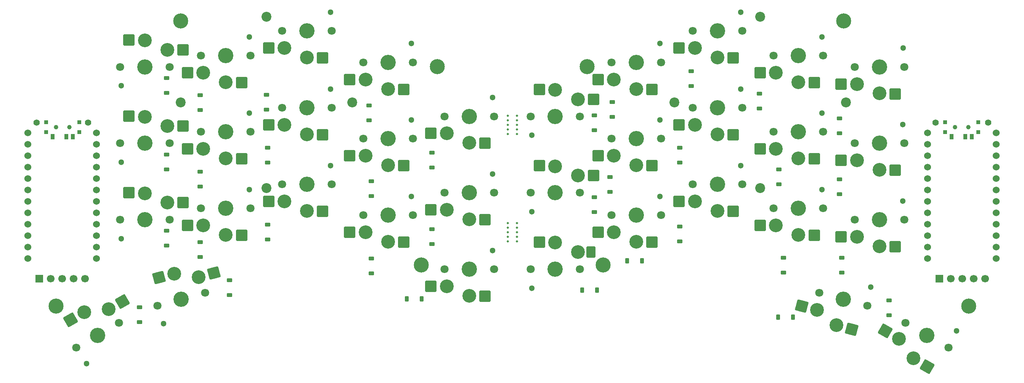
<source format=gbr>
%TF.GenerationSoftware,KiCad,Pcbnew,9.0.4*%
%TF.CreationDate,2025-08-28T00:25:30-07:00*%
%TF.ProjectId,sweepbling-lp__pcb,73776565-7062-46c6-996e-672d6c705f5f,rev?*%
%TF.SameCoordinates,Original*%
%TF.FileFunction,Soldermask,Bot*%
%TF.FilePolarity,Negative*%
%FSLAX46Y46*%
G04 Gerber Fmt 4.6, Leading zero omitted, Abs format (unit mm)*
G04 Created by KiCad (PCBNEW 9.0.4) date 2025-08-28 00:25:30*
%MOMM*%
%LPD*%
G01*
G04 APERTURE LIST*
G04 Aperture macros list*
%AMRoundRect*
0 Rectangle with rounded corners*
0 $1 Rounding radius*
0 $2 $3 $4 $5 $6 $7 $8 $9 X,Y pos of 4 corners*
0 Add a 4 corners polygon primitive as box body*
4,1,4,$2,$3,$4,$5,$6,$7,$8,$9,$2,$3,0*
0 Add four circle primitives for the rounded corners*
1,1,$1+$1,$2,$3*
1,1,$1+$1,$4,$5*
1,1,$1+$1,$6,$7*
1,1,$1+$1,$8,$9*
0 Add four rect primitives between the rounded corners*
20,1,$1+$1,$2,$3,$4,$5,0*
20,1,$1+$1,$4,$5,$6,$7,0*
20,1,$1+$1,$6,$7,$8,$9,0*
20,1,$1+$1,$8,$9,$2,$3,0*%
G04 Aperture macros list end*
%ADD10RoundRect,0.250000X1.025000X1.000000X-1.025000X1.000000X-1.025000X-1.000000X1.025000X-1.000000X0*%
%ADD11C,1.800000*%
%ADD12C,3.050000*%
%ADD13C,3.400000*%
%ADD14C,1.300000*%
%ADD15RoundRect,0.250000X1.248893X0.700636X-0.731255X1.231215X-1.248893X-0.700636X0.731255X-1.231215X0*%
%ADD16C,1.524000*%
%ADD17RoundRect,0.250000X1.387676X0.353525X-0.387676X1.378525X-1.387676X-0.353525X0.387676X-1.378525X0*%
%ADD18RoundRect,0.250000X-1.025000X-1.000000X1.025000X-1.000000X1.025000X1.000000X-1.025000X1.000000X0*%
%ADD19RoundRect,0.200000X-0.800000X-1.050000X0.800000X-1.050000X0.800000X1.050000X-0.800000X1.050000X0*%
%ADD20C,0.500000*%
%ADD21C,2.200000*%
%ADD22C,1.397000*%
%ADD23RoundRect,0.250000X-0.731255X-1.231215X1.248893X-0.700636X0.731255X1.231215X-1.248893X0.700636X0*%
%ADD24RoundRect,0.250000X-0.387676X-1.378525X1.387676X-0.353525X0.387676X1.378525X-1.387676X0.353525X0*%
%ADD25R,1.700000X1.700000*%
%ADD26C,1.700000*%
%ADD27C,3.350000*%
%ADD28C,1.000000*%
%ADD29R,0.900000X0.900000*%
%ADD30R,0.900000X1.250000*%
%ADD31RoundRect,0.225000X0.375000X-0.225000X0.375000X0.225000X-0.375000X0.225000X-0.375000X-0.225000X0*%
%ADD32RoundRect,0.225000X-0.225000X-0.375000X0.225000X-0.375000X0.225000X0.375000X-0.225000X0.375000X0*%
%ADD33RoundRect,0.225000X-0.375000X0.225000X-0.375000X-0.225000X0.375000X-0.225000X0.375000X0.225000X0*%
%ADD34RoundRect,0.225000X0.225000X0.375000X-0.225000X0.375000X-0.225000X-0.375000X0.225000X-0.375000X0*%
G04 APERTURE END LIST*
D10*
%TO.C,SW4_r1*%
X58200000Y-39682000D03*
X70200000Y-41882000D03*
D11*
X61200000Y-35882000D03*
D12*
X61700000Y-39682000D03*
D13*
X66700000Y-35882000D03*
D12*
X66700000Y-41782000D03*
D14*
X71920000Y-31682000D03*
D11*
X72200000Y-35882000D03*
%TD*%
D15*
%TO.C,SW16*%
X194632118Y-91552556D03*
X205653826Y-96783422D03*
D11*
X198513408Y-88658495D03*
D12*
X198012858Y-92458423D03*
D13*
X203826000Y-90082000D03*
D12*
X202298968Y-95780962D03*
D14*
X209955173Y-87376147D03*
D11*
X209138592Y-91505505D03*
%TD*%
D16*
%TO.C,U1*%
X237789400Y-53086000D03*
X237789400Y-55626000D03*
X237789400Y-58166000D03*
X237789400Y-60706000D03*
X237789400Y-63246000D03*
X237789400Y-65786000D03*
X237789400Y-68326000D03*
X237789400Y-70866000D03*
X237789400Y-73406000D03*
X237789400Y-75946000D03*
X237789400Y-78486000D03*
X237789400Y-81026000D03*
X222569400Y-81026000D03*
X222569400Y-78486000D03*
X222569400Y-75946000D03*
X222569400Y-73406000D03*
X222569400Y-70866000D03*
X222569400Y-68326000D03*
X222569400Y-65786000D03*
X222569400Y-63246000D03*
X222569400Y-60706000D03*
X222569400Y-58166000D03*
X222569400Y-55626000D03*
X222569400Y-53086000D03*
%TD*%
D11*
%TO.C,SW13*%
X181356000Y-64516000D03*
D14*
X181076000Y-60316000D03*
D12*
X175856000Y-70416000D03*
D13*
X175856000Y-64516000D03*
D12*
X170856000Y-68316000D03*
D11*
X170356000Y-64516000D03*
D10*
X179356000Y-70516000D03*
X167356000Y-68316000D03*
%TD*%
D11*
%TO.C,SW17*%
X227149140Y-100832000D03*
D14*
X229006653Y-97054693D03*
D12*
X219436000Y-103191550D03*
D13*
X222386000Y-98082000D03*
D12*
X216155873Y-98872897D03*
D11*
X217622860Y-95332000D03*
D17*
X222417089Y-105028152D03*
X213124784Y-97122897D03*
%TD*%
D11*
%TO.C,SW12*%
X163356000Y-71374000D03*
D14*
X163076000Y-67174000D03*
D12*
X157856000Y-77274000D03*
D13*
X157856000Y-71374000D03*
D12*
X152856000Y-75174000D03*
D11*
X152356000Y-71374000D03*
D10*
X161356000Y-77374000D03*
X149356000Y-75174000D03*
%TD*%
D11*
%TO.C,SW14*%
X199356000Y-69850000D03*
D14*
X199076000Y-65650000D03*
D12*
X193856000Y-75750000D03*
D13*
X193856000Y-69850000D03*
D12*
X188856000Y-73650000D03*
D11*
X188356000Y-69850000D03*
D10*
X197356000Y-75850000D03*
X185356000Y-73650000D03*
%TD*%
D11*
%TO.C,SW15*%
X217336000Y-72390000D03*
D14*
X217056000Y-68190000D03*
D12*
X211836000Y-78290000D03*
D13*
X211836000Y-72390000D03*
D12*
X206836000Y-76190000D03*
D11*
X206336000Y-72390000D03*
D10*
X215336000Y-78390000D03*
X203336000Y-76190000D03*
%TD*%
D11*
%TO.C,SW3*%
X181356000Y-30382000D03*
D14*
X181076000Y-26182000D03*
D12*
X175856000Y-36282000D03*
D13*
X175856000Y-30382000D03*
D12*
X170856000Y-34182000D03*
D11*
X170356000Y-30382000D03*
D10*
X179356000Y-36382000D03*
X167356000Y-34182000D03*
%TD*%
D11*
%TO.C,SW2*%
X163356000Y-37382000D03*
D14*
X163076000Y-33182000D03*
D12*
X157856000Y-43282000D03*
D13*
X157856000Y-37382000D03*
D12*
X152856000Y-41182000D03*
D11*
X152356000Y-37382000D03*
D10*
X161356000Y-43382000D03*
X149356000Y-41182000D03*
%TD*%
D11*
%TO.C,SW7*%
X163356000Y-54356000D03*
D14*
X163076000Y-50156000D03*
D12*
X157856000Y-60256000D03*
D13*
X157856000Y-54356000D03*
D12*
X152856000Y-58156000D03*
D11*
X152356000Y-54356000D03*
D10*
X161356000Y-60356000D03*
X149356000Y-58156000D03*
%TD*%
D11*
%TO.C,SW11*%
X134356000Y-83382000D03*
D14*
X134636000Y-87582000D03*
D12*
X139856000Y-77482000D03*
D13*
X139856000Y-83382000D03*
D12*
X144856000Y-79582000D03*
D11*
X145356000Y-83382000D03*
D18*
X136356000Y-77382000D03*
D19*
X147806000Y-79582000D03*
%TD*%
D11*
%TO.C,SW10*%
X217336000Y-55372000D03*
D14*
X217056000Y-51172000D03*
D12*
X211836000Y-61272000D03*
D13*
X211836000Y-55372000D03*
D12*
X206836000Y-59172000D03*
D11*
X206336000Y-55372000D03*
D10*
X215336000Y-61372000D03*
X203336000Y-59172000D03*
%TD*%
D11*
%TO.C,SW9*%
X199356000Y-52832000D03*
D14*
X199076000Y-48632000D03*
D12*
X193856000Y-58732000D03*
D13*
X193856000Y-52832000D03*
D12*
X188856000Y-56632000D03*
D11*
X188356000Y-52832000D03*
D10*
X197356000Y-58832000D03*
X185356000Y-56632000D03*
%TD*%
D11*
%TO.C,SW6*%
X134356000Y-66382000D03*
D14*
X134636000Y-70582000D03*
D12*
X139856000Y-60482000D03*
D13*
X139856000Y-66382000D03*
D12*
X144856000Y-62582000D03*
D11*
X145356000Y-66382000D03*
D18*
X136356000Y-60382000D03*
X148356000Y-62582000D03*
%TD*%
D11*
%TO.C,SW5*%
X217356000Y-38382000D03*
D14*
X217076000Y-34182000D03*
D12*
X211856000Y-44282000D03*
D13*
X211856000Y-38382000D03*
D12*
X206856000Y-42182000D03*
D11*
X206356000Y-38382000D03*
D10*
X215356000Y-44382000D03*
X203356000Y-42182000D03*
%TD*%
D11*
%TO.C,SW4*%
X199356000Y-35882000D03*
D14*
X199076000Y-31682000D03*
D12*
X193856000Y-41782000D03*
D13*
X193856000Y-35882000D03*
D12*
X188856000Y-39682000D03*
D11*
X188356000Y-35882000D03*
D10*
X197356000Y-41882000D03*
X185356000Y-39682000D03*
%TD*%
D11*
%TO.C,SW1*%
X134356000Y-49382000D03*
D14*
X134636000Y-53582000D03*
D12*
X139856000Y-43482000D03*
D13*
X139856000Y-49382000D03*
D12*
X144856000Y-45582000D03*
D11*
X145356000Y-49382000D03*
D18*
X136356000Y-43382000D03*
X148356000Y-45582000D03*
%TD*%
D20*
%TO.C,mouse-bite-2mm-slot2*%
X129286000Y-49276000D03*
X129286000Y-50292000D03*
X129286000Y-51308000D03*
X129286000Y-52324000D03*
X129286000Y-53340000D03*
X131318000Y-49276000D03*
X131318000Y-50292000D03*
X131318000Y-51308000D03*
X131318000Y-52324000D03*
X131318000Y-53340000D03*
%TD*%
%TO.C,mouse-bite-2mm-slot1*%
X129286000Y-73152000D03*
X129286000Y-74168000D03*
X129286000Y-75184000D03*
X129286000Y-76200000D03*
X129286000Y-77216000D03*
X131318000Y-73152000D03*
X131318000Y-74168000D03*
X131318000Y-75184000D03*
X131318000Y-76200000D03*
X131318000Y-77216000D03*
%TD*%
D11*
%TO.C,SW8*%
X181356000Y-47498000D03*
D14*
X181076000Y-43298000D03*
D12*
X175856000Y-53398000D03*
D13*
X175856000Y-47498000D03*
D12*
X170856000Y-51298000D03*
D11*
X170356000Y-47498000D03*
D10*
X179356000Y-53498000D03*
X167356000Y-51298000D03*
%TD*%
D21*
%TO.C,e*%
X166306000Y-46282000D03*
X185356000Y-27232000D03*
X185356000Y-65332000D03*
X204406000Y-46282000D03*
%TD*%
D22*
%TO.C,Bat+1*%
X235966000Y-50800000D03*
%TD*%
%TO.C,BatGND1*%
X224282000Y-50800000D03*
%TD*%
D16*
%TO.C,U2*%
X37937400Y-53086000D03*
X37937400Y-55626000D03*
X37937400Y-58166000D03*
X37937400Y-60706000D03*
X37937400Y-63246000D03*
X37937400Y-65786000D03*
X37937400Y-68326000D03*
X37937400Y-70866000D03*
X37937400Y-73406000D03*
X37937400Y-75946000D03*
X37937400Y-78486000D03*
X37937400Y-81026000D03*
X22717400Y-81026000D03*
X22717400Y-78486000D03*
X22717400Y-75946000D03*
X22717400Y-73406000D03*
X22717400Y-70866000D03*
X22717400Y-68326000D03*
X22717400Y-65786000D03*
X22717400Y-63246000D03*
X22717400Y-60706000D03*
X22717400Y-58166000D03*
X22717400Y-55626000D03*
X22717400Y-53086000D03*
%TD*%
D11*
%TO.C,SW15_r1*%
X43186000Y-72390000D03*
D14*
X43466000Y-76590000D03*
D12*
X48686000Y-66490000D03*
D13*
X48686000Y-72390000D03*
D12*
X53686000Y-68590000D03*
D11*
X54186000Y-72390000D03*
D18*
X45186000Y-66390000D03*
X57186000Y-68590000D03*
%TD*%
D11*
%TO.C,SW9_r1*%
X72200000Y-52832000D03*
D14*
X71920000Y-48632000D03*
D12*
X66700000Y-58732000D03*
D13*
X66700000Y-52832000D03*
D12*
X61700000Y-56632000D03*
D11*
X61200000Y-52832000D03*
D10*
X70200000Y-58832000D03*
X58200000Y-56632000D03*
%TD*%
D11*
%TO.C,SW13_r1*%
X90188000Y-64516000D03*
D14*
X89908000Y-60316000D03*
D12*
X84688000Y-70416000D03*
D13*
X84688000Y-64516000D03*
D12*
X79688000Y-68316000D03*
D11*
X79188000Y-64516000D03*
D10*
X88188000Y-70516000D03*
X76188000Y-68316000D03*
%TD*%
D11*
%TO.C,SW12_r1*%
X108214000Y-71374000D03*
D14*
X107934000Y-67174000D03*
D12*
X102714000Y-77274000D03*
D13*
X102714000Y-71374000D03*
D12*
X97714000Y-75174000D03*
D11*
X97214000Y-71374000D03*
D10*
X106214000Y-77374000D03*
X94214000Y-75174000D03*
%TD*%
D11*
%TO.C,SW5_r1*%
X43186000Y-38382000D03*
D14*
X43466000Y-42582000D03*
D12*
X48686000Y-32482000D03*
D13*
X48686000Y-38382000D03*
D12*
X53686000Y-34582000D03*
D11*
X54186000Y-38382000D03*
D18*
X45186000Y-32382000D03*
X57186000Y-34582000D03*
%TD*%
D11*
%TO.C,SW1_r1*%
X126232000Y-49382000D03*
D14*
X125952000Y-45182000D03*
D12*
X120732000Y-55282000D03*
D13*
X120732000Y-49382000D03*
D12*
X115732000Y-53182000D03*
D11*
X115232000Y-49382000D03*
D10*
X124232000Y-55382000D03*
X112232000Y-53182000D03*
%TD*%
D11*
%TO.C,SW14_r1*%
X72200000Y-69850000D03*
D14*
X71920000Y-65650000D03*
D12*
X66700000Y-75750000D03*
D13*
X66700000Y-69850000D03*
D12*
X61700000Y-73650000D03*
D11*
X61200000Y-69850000D03*
D10*
X70200000Y-75850000D03*
X58200000Y-73650000D03*
%TD*%
D11*
%TO.C,SW3_r1*%
X90188000Y-30382000D03*
D14*
X89908000Y-26182000D03*
D12*
X84688000Y-36282000D03*
D13*
X84688000Y-30382000D03*
D12*
X79688000Y-34182000D03*
D11*
X79188000Y-30382000D03*
D10*
X88188000Y-36382000D03*
X76188000Y-34182000D03*
%TD*%
D11*
%TO.C,SW11_r1*%
X126232000Y-83382000D03*
D14*
X125952000Y-79182000D03*
D12*
X120732000Y-89282000D03*
D13*
X120732000Y-83382000D03*
D12*
X115732000Y-87182000D03*
D11*
X115232000Y-83382000D03*
D10*
X124232000Y-89382000D03*
X112232000Y-87182000D03*
%TD*%
D11*
%TO.C,SW10_r1*%
X43186000Y-55372000D03*
D14*
X43466000Y-59572000D03*
D12*
X48686000Y-49472000D03*
D13*
X48686000Y-55372000D03*
D12*
X53686000Y-51572000D03*
D11*
X54186000Y-55372000D03*
D18*
X45186000Y-49372000D03*
X57186000Y-51572000D03*
%TD*%
D11*
%TO.C,SW2_r1*%
X108214000Y-37382000D03*
D14*
X107934000Y-33182000D03*
D12*
X102714000Y-43282000D03*
D13*
X102714000Y-37382000D03*
D12*
X97714000Y-41182000D03*
D11*
X97214000Y-37382000D03*
D10*
X106214000Y-43382000D03*
X94214000Y-41182000D03*
%TD*%
D11*
%TO.C,SW7_r1*%
X108214000Y-54356000D03*
D14*
X107934000Y-50156000D03*
D12*
X102714000Y-60256000D03*
D13*
X102714000Y-54356000D03*
D12*
X97714000Y-58156000D03*
D11*
X97214000Y-54356000D03*
D10*
X106214000Y-60356000D03*
X94214000Y-58156000D03*
%TD*%
D11*
%TO.C,SW16_r1*%
X51465408Y-91505505D03*
D14*
X52822907Y-95489924D03*
D12*
X55250968Y-84383038D03*
D13*
X56778000Y-90082000D03*
D12*
X60624117Y-85117387D03*
D11*
X62090592Y-88658495D03*
D23*
X51844345Y-85192312D03*
X64004857Y-84211520D03*
%TD*%
D11*
%TO.C,SW8_r1*%
X90188000Y-47498000D03*
D14*
X89908000Y-43298000D03*
D12*
X84688000Y-53398000D03*
D13*
X84688000Y-47498000D03*
D12*
X79688000Y-51298000D03*
D11*
X79188000Y-47498000D03*
D10*
X88188000Y-53498000D03*
X76188000Y-51298000D03*
%TD*%
D11*
%TO.C,SW17_r1*%
X33454860Y-100832000D03*
D14*
X35797347Y-104329307D03*
D12*
X35268000Y-92972450D03*
D13*
X38218000Y-98082000D03*
D12*
X40648127Y-92291103D03*
D11*
X42981140Y-95332000D03*
D24*
X32186911Y-94635848D03*
X43679216Y-90541103D03*
%TD*%
D11*
%TO.C,SW6_r1*%
X126232000Y-66382000D03*
D14*
X125952000Y-62182000D03*
D12*
X120732000Y-72282000D03*
D13*
X120732000Y-66382000D03*
D12*
X115732000Y-70182000D03*
D11*
X115232000Y-66382000D03*
D10*
X124232000Y-72382000D03*
X112232000Y-70182000D03*
%TD*%
D21*
%TO.C,REF_PUCK_R*%
X56642000Y-46282000D03*
X75692000Y-27232000D03*
X75692000Y-65332000D03*
X94742000Y-46282000D03*
%TD*%
D22*
%TO.C,BatGNDr1*%
X36068000Y-50800000D03*
%TD*%
%TO.C,Bat+r1*%
X24638000Y-50800000D03*
%TD*%
D25*
%TO.C,J1*%
X225128000Y-85500000D03*
D26*
X227668000Y-85500000D03*
X230208000Y-85500000D03*
X232748000Y-85500000D03*
X235288000Y-85500000D03*
%TD*%
D25*
%TO.C,J1_r1*%
X25276000Y-85500000D03*
D26*
X27816000Y-85500000D03*
X30356000Y-85500000D03*
X32896000Y-85500000D03*
X35436000Y-85500000D03*
%TD*%
D27*
%TO.C,REF\u002A\u002A*%
X203918000Y-28194000D03*
%TD*%
%TO.C,REF\u002A\u002A*%
X56642000Y-28194000D03*
%TD*%
%TO.C,REF\u002A\u002A*%
X110109000Y-82419610D03*
%TD*%
%TO.C,REF\u002A\u002A*%
X28956000Y-91567000D03*
%TD*%
%TO.C,REF\u002A\u002A*%
X231648000Y-91567000D03*
%TD*%
%TO.C,REF\u002A\u002A*%
X150479000Y-82419610D03*
%TD*%
%TO.C,REF\u002A\u002A*%
X113665000Y-38354000D03*
%TD*%
%TO.C,REF\u002A\u002A*%
X146905000Y-38354000D03*
%TD*%
D28*
%TO.C,SW_POWER1*%
X231624000Y-51816000D03*
X228624000Y-51816000D03*
D29*
X233824000Y-52916000D03*
X233824000Y-50716000D03*
X226424000Y-52916000D03*
X226424000Y-50716000D03*
D30*
X227874000Y-53891000D03*
X230874000Y-53891000D03*
X232374000Y-53891000D03*
%TD*%
D28*
%TO.C,SW_POWERR1*%
X31980000Y-51816000D03*
X28980000Y-51816000D03*
D29*
X34180000Y-52916000D03*
X34180000Y-50716000D03*
X26780000Y-52916000D03*
X26780000Y-50716000D03*
D30*
X28230000Y-53891000D03*
X31230000Y-53891000D03*
X32730000Y-53891000D03*
%TD*%
D31*
%TO.C,D10*%
X76000000Y-59650000D03*
X76000000Y-56350000D03*
%TD*%
D32*
%TO.C,D17*%
X106850000Y-90000000D03*
X110150000Y-90000000D03*
%TD*%
D31*
%TO.C,D7*%
X61000000Y-65000000D03*
X61000000Y-61700000D03*
%TD*%
%TO.C,D12*%
X99000000Y-84300000D03*
X99000000Y-81000000D03*
%TD*%
%TO.C,D13*%
X99000000Y-67150000D03*
X99000000Y-63850000D03*
%TD*%
D33*
%TO.C,D34*%
X214000000Y-90350000D03*
X214000000Y-93650000D03*
%TD*%
D31*
%TO.C,D19*%
X152500000Y-49506000D03*
X152500000Y-46206000D03*
%TD*%
%TO.C,D20*%
X170000000Y-42648000D03*
X170000000Y-39348000D03*
%TD*%
%TO.C,D5*%
X67500000Y-89150000D03*
X67500000Y-85850000D03*
%TD*%
%TO.C,D8*%
X61000000Y-48000000D03*
X61000000Y-44700000D03*
%TD*%
%TO.C,D18*%
X148500000Y-52500000D03*
X148500000Y-49200000D03*
%TD*%
%TO.C,D32*%
X203500000Y-84150000D03*
X203500000Y-80850000D03*
%TD*%
%TO.C,D26*%
X189500000Y-64500000D03*
X189500000Y-61200000D03*
%TD*%
%TO.C,D3*%
X53500000Y-78150000D03*
X53500000Y-74850000D03*
%TD*%
D34*
%TO.C,D29*%
X159150000Y-81500000D03*
X155850000Y-81500000D03*
%TD*%
D32*
%TO.C,D33*%
X189350000Y-94000000D03*
X192650000Y-94000000D03*
%TD*%
D31*
%TO.C,D24*%
X152000000Y-66150000D03*
X152000000Y-62850000D03*
%TD*%
%TO.C,D1*%
X53500000Y-44150000D03*
X53500000Y-40850000D03*
%TD*%
%TO.C,D2*%
X53500000Y-61150000D03*
X53500000Y-57850000D03*
%TD*%
%TO.C,D22*%
X203000000Y-53150000D03*
X203000000Y-49850000D03*
%TD*%
%TO.C,D31*%
X190500000Y-84150000D03*
X190500000Y-80850000D03*
%TD*%
%TO.C,D21*%
X185206000Y-47650000D03*
X185206000Y-44350000D03*
%TD*%
%TO.C,D14*%
X98500000Y-50300000D03*
X98500000Y-47000000D03*
%TD*%
%TO.C,D15*%
X112500000Y-60800000D03*
X112500000Y-57500000D03*
%TD*%
%TO.C,D27*%
X203000000Y-66650000D03*
X203000000Y-63350000D03*
%TD*%
%TO.C,D30*%
X167500000Y-77150000D03*
X167500000Y-73850000D03*
%TD*%
%TO.C,D25*%
X167500000Y-59666000D03*
X167500000Y-56366000D03*
%TD*%
%TO.C,D11*%
X76000000Y-76800000D03*
X76000000Y-73500000D03*
%TD*%
%TO.C,D9*%
X75692000Y-47932000D03*
X75692000Y-44632000D03*
%TD*%
%TO.C,D4*%
X47500000Y-95150000D03*
X47500000Y-91850000D03*
%TD*%
%TO.C,D16*%
X112500000Y-77800000D03*
X112500000Y-74500000D03*
%TD*%
D34*
%TO.C,D28*%
X149150000Y-88000000D03*
X145850000Y-88000000D03*
%TD*%
D31*
%TO.C,D23*%
X148500000Y-70650000D03*
X148500000Y-67350000D03*
%TD*%
%TO.C,D6*%
X61000000Y-80650000D03*
X61000000Y-77350000D03*
%TD*%
M02*

</source>
